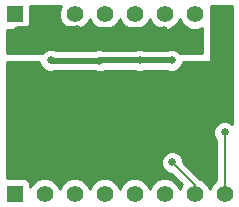
<source format=gbl>
G04 (created by PCBNEW-RS274X (2012-01-19 BZR 3256)-stable) date 29/09/2012 13:07:08*
G01*
G70*
G90*
%MOIN*%
G04 Gerber Fmt 3.4, Leading zero omitted, Abs format*
%FSLAX34Y34*%
G04 APERTURE LIST*
%ADD10C,0.006000*%
%ADD11R,0.055000X0.055000*%
%ADD12C,0.055000*%
%ADD13R,0.057100X0.059100*%
%ADD14C,0.025000*%
%ADD15C,0.019000*%
%ADD16C,0.010000*%
G04 APERTURE END LIST*
G54D10*
G54D11*
X00500Y06500D03*
G54D12*
X01500Y06500D03*
X02500Y06500D03*
X03500Y06500D03*
X04500Y06500D03*
X05500Y06500D03*
X06500Y06500D03*
X07500Y06500D03*
G54D11*
X00500Y00500D03*
G54D12*
X01500Y00500D03*
X02500Y00500D03*
X03500Y00500D03*
X04500Y00500D03*
X05500Y00500D03*
X06500Y00500D03*
X07500Y00500D03*
G54D13*
X04571Y02954D03*
X04000Y02954D03*
X03429Y02954D03*
X03429Y03545D03*
X04000Y03545D03*
X04571Y03545D03*
G54D14*
X07500Y02550D03*
X05750Y01550D03*
X01700Y04950D03*
X04670Y04950D03*
X03330Y04940D03*
X05740Y04950D03*
X02100Y04350D03*
X03170Y01260D03*
X05760Y04350D03*
X06860Y02060D03*
X00400Y05750D03*
X05470Y05970D03*
X02590Y05980D03*
G54D10*
X07500Y02550D02*
X07500Y00500D01*
X06500Y00800D02*
X06500Y00500D01*
X05750Y01550D02*
X06500Y00800D01*
G54D15*
X04670Y04950D02*
X03340Y04950D01*
X03330Y04940D02*
X01710Y04940D01*
X04670Y04950D02*
X05740Y04950D01*
X03340Y04950D02*
X03330Y04940D01*
X01710Y04940D02*
X01700Y04950D01*
X02590Y05980D02*
X00630Y05980D01*
X02590Y05980D02*
X02600Y05970D01*
X02600Y05970D02*
X05470Y05970D01*
X00630Y05980D02*
X00400Y05750D01*
G54D10*
G36*
X07745Y02835D02*
X07713Y02867D01*
X07575Y02925D01*
X07426Y02925D01*
X07288Y02868D01*
X07183Y02763D01*
X07125Y02625D01*
X07125Y02476D01*
X07182Y02338D01*
X07220Y02300D01*
X07220Y00953D01*
X07203Y00945D01*
X07055Y00798D01*
X06999Y00665D01*
X06945Y00797D01*
X06798Y00945D01*
X06708Y00983D01*
X06698Y00998D01*
X06125Y01571D01*
X06125Y01624D01*
X06068Y01762D01*
X05963Y01867D01*
X05825Y01925D01*
X05676Y01925D01*
X05538Y01868D01*
X05433Y01763D01*
X05375Y01625D01*
X05375Y01476D01*
X05432Y01338D01*
X05537Y01233D01*
X05675Y01175D01*
X05729Y01175D01*
X06080Y00824D01*
X06055Y00798D01*
X05999Y00665D01*
X05945Y00797D01*
X05798Y00945D01*
X05605Y01025D01*
X05396Y01025D01*
X05203Y00945D01*
X05055Y00798D01*
X04999Y00665D01*
X04945Y00797D01*
X04798Y00945D01*
X04605Y01025D01*
X04396Y01025D01*
X04203Y00945D01*
X04055Y00798D01*
X03999Y00665D01*
X03945Y00797D01*
X03798Y00945D01*
X03605Y01025D01*
X03396Y01025D01*
X03203Y00945D01*
X03055Y00798D01*
X02999Y00665D01*
X02945Y00797D01*
X02798Y00945D01*
X02605Y01025D01*
X02396Y01025D01*
X02203Y00945D01*
X02055Y00798D01*
X01999Y00665D01*
X01945Y00797D01*
X01798Y00945D01*
X01605Y01025D01*
X01396Y01025D01*
X01203Y00945D01*
X01055Y00798D01*
X01024Y00724D01*
X01024Y00824D01*
X00986Y00916D01*
X00916Y00986D01*
X00825Y01024D01*
X00726Y01024D01*
X00255Y01024D01*
X00255Y04900D01*
X01325Y04900D01*
X01325Y04876D01*
X01382Y04738D01*
X01487Y04633D01*
X01625Y04575D01*
X01774Y04575D01*
X01822Y04595D01*
X03183Y04595D01*
X03255Y04565D01*
X03404Y04565D01*
X03500Y04605D01*
X04523Y04605D01*
X04595Y04575D01*
X04744Y04575D01*
X04816Y04605D01*
X05593Y04605D01*
X05665Y04575D01*
X05814Y04575D01*
X05952Y04632D01*
X06057Y04737D01*
X06115Y04875D01*
X06115Y04900D01*
X07050Y04900D01*
X07050Y06745D01*
X07745Y06745D01*
X07745Y02835D01*
X07745Y02835D01*
G37*
G54D16*
X07745Y02835D02*
X07713Y02867D01*
X07575Y02925D01*
X07426Y02925D01*
X07288Y02868D01*
X07183Y02763D01*
X07125Y02625D01*
X07125Y02476D01*
X07182Y02338D01*
X07220Y02300D01*
X07220Y00953D01*
X07203Y00945D01*
X07055Y00798D01*
X06999Y00665D01*
X06945Y00797D01*
X06798Y00945D01*
X06708Y00983D01*
X06698Y00998D01*
X06125Y01571D01*
X06125Y01624D01*
X06068Y01762D01*
X05963Y01867D01*
X05825Y01925D01*
X05676Y01925D01*
X05538Y01868D01*
X05433Y01763D01*
X05375Y01625D01*
X05375Y01476D01*
X05432Y01338D01*
X05537Y01233D01*
X05675Y01175D01*
X05729Y01175D01*
X06080Y00824D01*
X06055Y00798D01*
X05999Y00665D01*
X05945Y00797D01*
X05798Y00945D01*
X05605Y01025D01*
X05396Y01025D01*
X05203Y00945D01*
X05055Y00798D01*
X04999Y00665D01*
X04945Y00797D01*
X04798Y00945D01*
X04605Y01025D01*
X04396Y01025D01*
X04203Y00945D01*
X04055Y00798D01*
X03999Y00665D01*
X03945Y00797D01*
X03798Y00945D01*
X03605Y01025D01*
X03396Y01025D01*
X03203Y00945D01*
X03055Y00798D01*
X02999Y00665D01*
X02945Y00797D01*
X02798Y00945D01*
X02605Y01025D01*
X02396Y01025D01*
X02203Y00945D01*
X02055Y00798D01*
X01999Y00665D01*
X01945Y00797D01*
X01798Y00945D01*
X01605Y01025D01*
X01396Y01025D01*
X01203Y00945D01*
X01055Y00798D01*
X01024Y00724D01*
X01024Y00824D01*
X00986Y00916D01*
X00916Y00986D01*
X00825Y01024D01*
X00726Y01024D01*
X00255Y01024D01*
X00255Y04900D01*
X01325Y04900D01*
X01325Y04876D01*
X01382Y04738D01*
X01487Y04633D01*
X01625Y04575D01*
X01774Y04575D01*
X01822Y04595D01*
X03183Y04595D01*
X03255Y04565D01*
X03404Y04565D01*
X03500Y04605D01*
X04523Y04605D01*
X04595Y04575D01*
X04744Y04575D01*
X04816Y04605D01*
X05593Y04605D01*
X05665Y04575D01*
X05814Y04575D01*
X05952Y04632D01*
X06057Y04737D01*
X06115Y04875D01*
X06115Y04900D01*
X07050Y04900D01*
X07050Y06745D01*
X07745Y06745D01*
X07745Y02835D01*
G54D10*
G36*
X06750Y05200D02*
X06020Y05200D01*
X05953Y05267D01*
X05815Y05325D01*
X05666Y05325D01*
X05593Y05295D01*
X04816Y05295D01*
X04745Y05325D01*
X04596Y05325D01*
X04523Y05295D01*
X03452Y05295D01*
X03405Y05315D01*
X03256Y05315D01*
X03183Y05285D01*
X01870Y05285D01*
X01775Y05325D01*
X01626Y05325D01*
X01488Y05268D01*
X01420Y05200D01*
X00255Y05200D01*
X00255Y05976D01*
X00274Y05976D01*
X00824Y05976D01*
X00916Y06014D01*
X00986Y06084D01*
X01024Y06175D01*
X01024Y06274D01*
X01024Y06745D01*
X02033Y06745D01*
X01975Y06605D01*
X01975Y06396D01*
X02055Y06203D01*
X02202Y06055D01*
X02395Y05975D01*
X02604Y05975D01*
X02797Y06055D01*
X02945Y06202D01*
X03000Y06336D01*
X03055Y06203D01*
X03202Y06055D01*
X03395Y05975D01*
X03604Y05975D01*
X03797Y06055D01*
X03945Y06202D01*
X04000Y06336D01*
X04055Y06203D01*
X04202Y06055D01*
X04395Y05975D01*
X04604Y05975D01*
X04797Y06055D01*
X04945Y06202D01*
X05000Y06336D01*
X05055Y06203D01*
X05202Y06055D01*
X05395Y05975D01*
X05604Y05975D01*
X05797Y06055D01*
X05945Y06202D01*
X06000Y06336D01*
X06055Y06203D01*
X06202Y06055D01*
X06395Y05975D01*
X06604Y05975D01*
X06750Y06036D01*
X06750Y05200D01*
X06750Y05200D01*
G37*
G54D16*
X06750Y05200D02*
X06020Y05200D01*
X05953Y05267D01*
X05815Y05325D01*
X05666Y05325D01*
X05593Y05295D01*
X04816Y05295D01*
X04745Y05325D01*
X04596Y05325D01*
X04523Y05295D01*
X03452Y05295D01*
X03405Y05315D01*
X03256Y05315D01*
X03183Y05285D01*
X01870Y05285D01*
X01775Y05325D01*
X01626Y05325D01*
X01488Y05268D01*
X01420Y05200D01*
X00255Y05200D01*
X00255Y05976D01*
X00274Y05976D01*
X00824Y05976D01*
X00916Y06014D01*
X00986Y06084D01*
X01024Y06175D01*
X01024Y06274D01*
X01024Y06745D01*
X02033Y06745D01*
X01975Y06605D01*
X01975Y06396D01*
X02055Y06203D01*
X02202Y06055D01*
X02395Y05975D01*
X02604Y05975D01*
X02797Y06055D01*
X02945Y06202D01*
X03000Y06336D01*
X03055Y06203D01*
X03202Y06055D01*
X03395Y05975D01*
X03604Y05975D01*
X03797Y06055D01*
X03945Y06202D01*
X04000Y06336D01*
X04055Y06203D01*
X04202Y06055D01*
X04395Y05975D01*
X04604Y05975D01*
X04797Y06055D01*
X04945Y06202D01*
X05000Y06336D01*
X05055Y06203D01*
X05202Y06055D01*
X05395Y05975D01*
X05604Y05975D01*
X05797Y06055D01*
X05945Y06202D01*
X06000Y06336D01*
X06055Y06203D01*
X06202Y06055D01*
X06395Y05975D01*
X06604Y05975D01*
X06750Y06036D01*
X06750Y05200D01*
M02*

</source>
